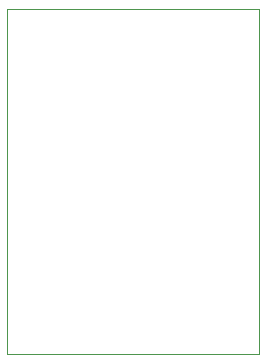
<source format=gbr>
G04 (created by PCBNEW (2013-07-07 BZR 4022)-stable) date 3/7/2014 3:43:31 AM*
%MOIN*%
G04 Gerber Fmt 3.4, Leading zero omitted, Abs format*
%FSLAX34Y34*%
G01*
G70*
G90*
G04 APERTURE LIST*
%ADD10C,0.00590551*%
%ADD11C,0.00393701*%
G04 APERTURE END LIST*
G54D10*
G54D11*
X8700Y-300D02*
X300Y-300D01*
X8700Y-11800D02*
X300Y-11800D01*
X8700Y-300D02*
X8700Y-11800D01*
X300Y-11800D02*
X300Y-300D01*
M02*

</source>
